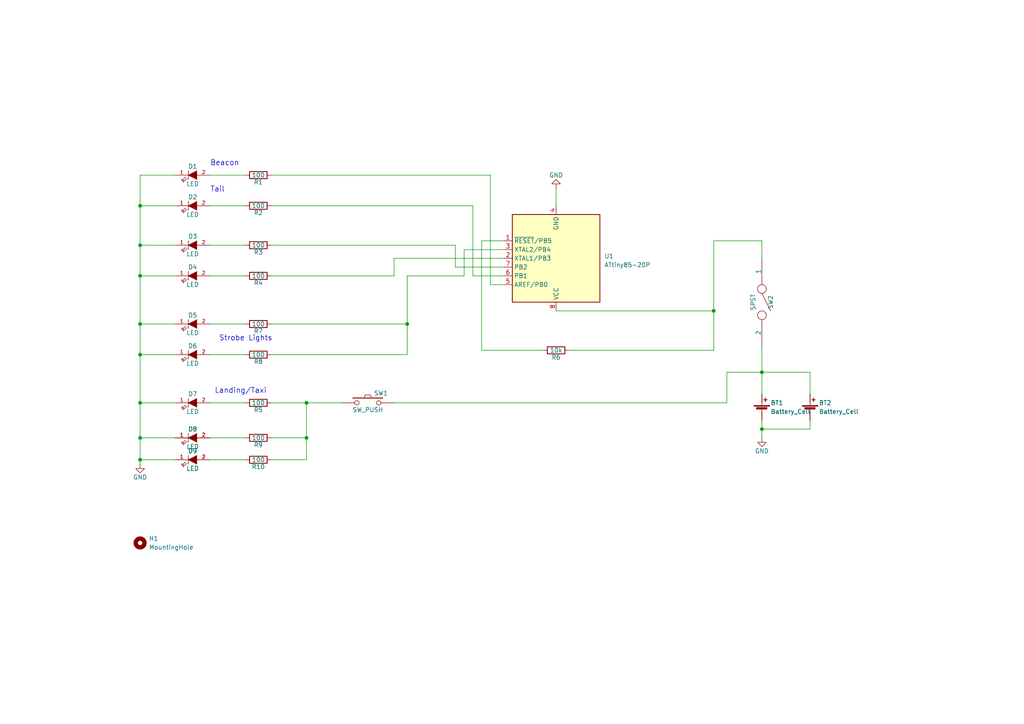
<source format=kicad_sch>
(kicad_sch (version 20230121) (generator eeschema)
  (paper "A4")
  (title_block (title "ISGC Keychain") (date "2023-12-07") (rev "C") (company "Make to Innovate") (comment 1 "Matthew E. Nelson") (comment 2 "ISGC Badge"))
  (lib_symbols
    (symbol "MCU_Microchip_ATtiny:ATtiny85-20P"
      (property "Reference" "U" (at -12.7 13.97 0))
      (property "Value" "ATtiny85-20P" (at 2.54 -13.97 0))
      (symbol "ATtiny85-20P_0_1"
        (rectangle (start -12.7 -12.7) (end 12.7 12.7) (stroke (width 0.254)) (fill (type background)))
      )
      (symbol "ATtiny85-20P_1_1"
        (pin bidirectional line (at 15.24 -5.08 180) (length 2.54) (name "~{RESET}/PB5") (number "1"))
        (pin bidirectional line (at 15.24 0 180) (length 2.54) (name "XTAL1/PB3") (number "2"))
        (pin bidirectional line (at 15.24 -2.54 180) (length 2.54) (name "XTAL2/PB4") (number "3"))
        (pin power_in line (at 0 -15.24 90) (length 2.54) (name "GND") (number "4"))
        (pin bidirectional line (at 15.24 7.62 180) (length 2.54) (name "AREF/PB0") (number "5"))
        (pin bidirectional line (at 15.24 5.08 180) (length 2.54) (name "PB1") (number "6"))
        (pin bidirectional line (at 15.24 2.54 180) (length 2.54) (name "PB2") (number "7"))
        (pin power_in line (at 0 15.24 270) (length 2.54) (name "VCC") (number "8"))
      )
    )
    (symbol "Mechanical:MountingHole" (pin_names (offset 1.016))
      (property "Reference" "H" (at 0 5.08 0))
      (property "Value" "MountingHole" (at 0 3.175 0))
      (symbol "MountingHole_0_1"
        (circle (center 0 0) (radius 1.27) (stroke (width 1.27)))
      )
    )
    (symbol "airplane-keychain-rescue:Battery_Cell" (pin_numbers hide) (pin_names (offset 0) hide)
      (property "Reference" "BT" (at 2.54 2.54 0))
      (property "Value" "Battery_Cell" (at 2.54 0 0))
      (symbol "Battery_Cell_0_1"
        (rectangle (start -2.286 1.778) (end 2.286 1.524) (fill (type outline)))
        (rectangle (start -1.5748 1.1938) (end 1.4732 0.6858) (fill (type outline)))
        (polyline (pts (xy 0 0.762) (xy 0 0)))
        (polyline (pts (xy 0 1.778) (xy 0 2.54)))
        (polyline (pts (xy 0.508 3.429) (xy 1.524 3.429)) (stroke (width 0.254)))
        (polyline (pts (xy 1.016 3.937) (xy 1.016 2.921)) (stroke (width 0.254)))
      )
      (symbol "Battery_Cell_1_1"
        (pin passive line (at 0 5.08 270) (length 2.54) (name "+") (number "1"))
        (pin passive line (at 0 -2.54 90) (length 2.54) (name "-") (number "2"))
      )
    )
    (symbol "airplane-keychain-rescue:GND" (power) (pin_names (offset 0))
      (property "Value" "GND" (at 0 -3.81 0))
      (symbol "GND_0_1"
        (polyline (pts (xy 0 0) (xy 0 -1.27) (xy 1.27 -1.27) (xy 0 -2.54) (xy -1.27 -1.27) (xy 0 -1.27)))
      )
      (symbol "GND_1_1"
        (pin power_in line (at 0 0 270) (length 0) hide (name "GND") (number "1"))
      )
    )
    (symbol "airplane-keychain-rescue:LED-RESCUE-airplane-keychain" (pin_names (offset 1.016) hide)
      (property "Reference" "D" (at 0 2.54 0))
      (property "Value" "LED-RESCUE-airplane-keychain" (at 0 -2.54 0))
      (symbol "LED-RESCUE-airplane-keychain_0_1"
        (polyline (pts (xy -1.27 1.27) (xy -1.27 -1.27)))
        (polyline (pts (xy -2.032 -0.635) (xy -3.175 -1.651) (xy -3.048 -1.016)))
        (polyline (pts (xy -1.651 -1.016) (xy -2.794 -2.032) (xy -2.667 -1.397)))
        (polyline (pts (xy 1.27 1.27) (xy -1.27 0) (xy 1.27 -1.27)) (fill (type outline)))
      )
      (symbol "LED-RESCUE-airplane-keychain_1_1"
        (pin passive line (at -5.08 0 0) (length 3.81) (name "K") (number "1"))
        (pin passive line (at 5.08 0 180) (length 3.81) (name "A") (number "2"))
      )
    )
    (symbol "airplane-keychain-rescue:R" (pin_numbers hide) (pin_names (offset 0))
      (property "Reference" "R" (at 2.032 0 90))
      (property "Value" "R" (at 0 0 90))
      (symbol "R_0_1"
        (rectangle (start -1.016 -2.54) (end 1.016 2.54) (stroke (width 0.254)))
      )
      (symbol "R_1_1"
        (pin passive line (at 0 3.81 270) (length 1.27) (name "~") (number "1"))
        (pin passive line (at 0 -3.81 90) (length 1.27) (name "~") (number "2"))
      )
    )
    (symbol "airplane-keychain-rescue:SPST" (pin_numbers hide) (pin_names (offset 0))
      (property "Reference" "SW" (at 0 2.54 0))
      (property "Value" "SPST" (at 0 -2.54 0))
      (symbol "SPST_0_0"
        (circle (center -3.81 0) (radius 1.27))
        (polyline (pts (xy -2.54 0) (xy 2.54 2.54)))
        (circle (center 3.81 0) (radius 1.27))
      )
      (symbol "SPST_1_1"
        (pin input line (at -12.7 0 0) (length 7.62) (name "1") (number "1"))
        (pin input line (at 12.7 0 180) (length 7.62) (name "2") (number "2"))
      )
    )
    (symbol "airplane-keychain-rescue:SW_PUSH" (pin_numbers hide) (pin_names (offset 1.016) hide)
      (property "Reference" "SW" (at 3.81 2.794 0))
      (property "Value" "SW_PUSH" (at 0 -2.032 0))
      (symbol "SW_PUSH_0_1"
        (rectangle (start -4.318 1.27) (end 4.318 1.524))
        (polyline (pts (xy -1.016 1.524) (xy -0.762 2.286) (xy 0.762 2.286) (xy 1.016 1.524)))
        (pin passive inverted (at -7.62 0 0) (length 5.08) (name "1") (number "1"))
        (pin passive inverted (at 7.62 0 180) (length 5.08) (name "2") (number "2"))
      )
    )
  )
  (junction (at 40.64 80.01))
  (junction (at 40.64 59.69))
  (junction (at 40.64 133.35))
  (junction (at 40.64 102.87))
  (junction (at 40.64 71.12))
  (junction (at 88.9 127))
  (junction (at 118.11 93.98))
  (junction (at 88.9 116.84))
  (junction (at 207.01 90.17))
  (junction (at 40.64 93.98))
  (junction (at 220.98 107.95))
  (junction (at 40.64 116.84))
  (junction (at 220.98 124.46))
  (junction (at 40.64 127))
  (wire (pts (xy 139.7 69.85) (xy 139.7 101.6)))
  (wire (pts (xy 60.96 50.8) (xy 71.12 50.8)))
  (wire (pts (xy 40.64 116.84) (xy 40.64 127)))
  (wire (pts (xy 146.05 80.01) (xy 137.16 80.01)))
  (wire (pts (xy 40.64 59.69) (xy 40.64 71.12)))
  (wire (pts (xy 220.98 124.46) (xy 220.98 127)))
  (wire (pts (xy 118.11 93.98) (xy 118.11 102.87)))
  (wire (pts (xy 40.64 50.8) (xy 40.64 59.69)))
  (wire (pts (xy 88.9 116.84) (xy 99.06 116.84)))
  (wire (pts (xy 146.05 72.39) (xy 134.62 72.39)))
  (wire (pts (xy 132.08 77.47) (xy 132.08 71.12)))
  (wire (pts (xy 78.74 127) (xy 88.9 127)))
  (wire (pts (xy 234.95 124.46) (xy 220.98 124.46)))
  (wire (pts (xy 137.16 59.69) (xy 137.16 80.01)))
  (wire (pts (xy 50.8 71.12) (xy 40.64 71.12)))
  (wire (pts (xy 40.64 80.01) (xy 40.64 93.98)))
  (wire (pts (xy 210.82 116.84) (xy 210.82 107.95)))
  (wire (pts (xy 114.3 80.01) (xy 114.3 74.93)))
  (wire (pts (xy 220.98 121.92) (xy 220.98 124.46)))
  (wire (pts (xy 114.3 116.84) (xy 210.82 116.84)))
  (wire (pts (xy 207.01 90.17) (xy 207.01 101.6)))
  (wire (pts (xy 40.64 93.98) (xy 40.64 102.87)))
  (wire (pts (xy 50.8 50.8) (xy 40.64 50.8)))
  (wire (pts (xy 161.29 90.17) (xy 207.01 90.17)))
  (wire (pts (xy 234.95 107.95) (xy 234.95 114.3)))
  (wire (pts (xy 146.05 77.47) (xy 132.08 77.47)))
  (wire (pts (xy 60.96 102.87) (xy 71.12 102.87)))
  (wire (pts (xy 134.62 72.39) (xy 134.62 80.01)))
  (wire (pts (xy 60.96 59.69) (xy 71.12 59.69)))
  (wire (pts (xy 146.05 82.55) (xy 142.24 82.55)))
  (wire (pts (xy 50.8 93.98) (xy 40.64 93.98)))
  (wire (pts (xy 88.9 133.35) (xy 88.9 127)))
  (wire (pts (xy 146.05 69.85) (xy 139.7 69.85)))
  (wire (pts (xy 78.74 59.69) (xy 137.16 59.69)))
  (wire (pts (xy 220.98 107.95) (xy 234.95 107.95)))
  (wire (pts (xy 78.74 80.01) (xy 114.3 80.01)))
  (wire (pts (xy 50.8 59.69) (xy 40.64 59.69)))
  (wire (pts (xy 207.01 69.85) (xy 207.01 90.17)))
  (wire (pts (xy 50.8 116.84) (xy 40.64 116.84)))
  (wire (pts (xy 210.82 107.95) (xy 220.98 107.95)))
  (wire (pts (xy 40.64 127) (xy 50.8 127)))
  (wire (pts (xy 139.7 101.6) (xy 157.48 101.6)))
  (wire (pts (xy 78.74 50.8) (xy 142.24 50.8)))
  (wire (pts (xy 40.64 71.12) (xy 40.64 80.01)))
  (wire (pts (xy 78.74 116.84) (xy 88.9 116.84)))
  (wire (pts (xy 78.74 71.12) (xy 132.08 71.12)))
  (wire (pts (xy 161.29 54.61) (xy 161.29 59.69)))
  (wire (pts (xy 50.8 80.01) (xy 40.64 80.01)))
  (wire (pts (xy 40.64 127) (xy 40.64 133.35)))
  (wire (pts (xy 60.96 127) (xy 71.12 127)))
  (wire (pts (xy 88.9 127) (xy 88.9 116.84)))
  (wire (pts (xy 60.96 80.01) (xy 71.12 80.01)))
  (wire (pts (xy 114.3 74.93) (xy 146.05 74.93)))
  (wire (pts (xy 78.74 102.87) (xy 118.11 102.87)))
  (wire (pts (xy 50.8 133.35) (xy 40.64 133.35)))
  (wire (pts (xy 220.98 69.85) (xy 220.98 74.93)))
  (wire (pts (xy 50.8 102.87) (xy 40.64 102.87)))
  (wire (pts (xy 220.98 100.33) (xy 220.98 107.95)))
  (wire (pts (xy 220.98 107.95) (xy 220.98 114.3)))
  (wire (pts (xy 78.74 93.98) (xy 118.11 93.98)))
  (wire (pts (xy 165.1 101.6) (xy 207.01 101.6)))
  (wire (pts (xy 118.11 80.01) (xy 134.62 80.01)))
  (wire (pts (xy 60.96 133.35) (xy 71.12 133.35)))
  (wire (pts (xy 78.74 133.35) (xy 88.9 133.35)))
  (wire (pts (xy 207.01 69.85) (xy 220.98 69.85)))
  (wire (pts (xy 234.95 121.92) (xy 234.95 124.46)))
  (wire (pts (xy 60.96 116.84) (xy 71.12 116.84)))
  (wire (pts (xy 60.96 93.98) (xy 71.12 93.98)))
  (wire (pts (xy 142.24 50.8) (xy 142.24 82.55)))
  (wire (pts (xy 40.64 102.87) (xy 40.64 116.84)))
  (wire (pts (xy 118.11 80.01) (xy 118.11 93.98)))
  (wire (pts (xy 40.64 133.35) (xy 40.64 134.62)))
  (wire (pts (xy 60.96 71.12) (xy 71.12 71.12)))
  (text "Tail" (at 60.96 55.88 0) (effects (font (size 1.524 1.524)) (justify left bottom)))
  (text "Strobe Lights" (at 63.5 99.06 0) (effects (font (size 1.524 1.524)) (justify left bottom)))
  (text "Landing/Taxi" (at 62.23 114.3 0) (effects (font (size 1.524 1.524)) (justify left bottom)))
  (text "Beacon" (at 60.96 48.26 0) (effects (font (size 1.524 1.524)) (justify left bottom)))
  (symbol (lib_id "airplane-keychain-rescue:LED-RESCUE-airplane-keychain") (at 55.88 50.8 0) (unit 1)
    (property "Reference" "D1" (at 55.88 48.26 0))
    (property "Value" "LED" (at 55.88 53.34 0))
    (property "Footprint" "LED_THT:LED_D3.0mm" (effects hide))
  )
  (symbol (lib_id "airplane-keychain-rescue:LED-RESCUE-airplane-keychain") (at 55.88 59.69 0) (unit 1)
    (property "Reference" "D2" (at 55.88 57.15 0))
    (property "Value" "LED" (at 55.88 62.23 0))
    (property "Footprint" "LED_THT:LED_D3.0mm" (effects hide))
  )
  (symbol (lib_id "airplane-keychain-rescue:LED-RESCUE-airplane-keychain") (at 55.88 71.12 0) (unit 1)
    (property "Reference" "D3" (at 55.88 68.58 0))
    (property "Value" "LED" (at 55.88 73.66 0))
    (property "Footprint" "LED_THT:LED_D3.0mm" (effects hide))
  )
  (symbol (lib_id "airplane-keychain-rescue:LED-RESCUE-airplane-keychain") (at 55.88 80.01 0) (unit 1)
    (property "Reference" "D4" (at 55.88 77.47 0))
    (property "Value" "LED" (at 55.88 82.55 0))
    (property "Footprint" "LED_THT:LED_D3.0mm" (effects hide))
  )
  (symbol (lib_id "airplane-keychain-rescue:LED-RESCUE-airplane-keychain") (at 55.88 93.98 0) (unit 1)
    (property "Reference" "D5" (at 55.88 91.44 0))
    (property "Value" "LED" (at 55.88 96.52 0))
    (property "Footprint" "LED_THT:LED_D3.0mm" (effects hide))
  )
  (symbol (lib_id "airplane-keychain-rescue:LED-RESCUE-airplane-keychain") (at 55.88 102.87 0) (unit 1)
    (property "Reference" "D6" (at 55.88 100.33 0))
    (property "Value" "LED" (at 55.88 105.41 0))
    (property "Footprint" "LED_THT:LED_D3.0mm" (effects hide))
  )
  (symbol (lib_id "airplane-keychain-rescue:LED-RESCUE-airplane-keychain") (at 55.88 116.84 0) (unit 1)
    (property "Reference" "D7" (at 55.88 114.3 0))
    (property "Value" "LED" (at 55.88 119.38 0))
    (property "Footprint" "LED_THT:LED_D3.0mm" (effects hide))
  )
  (symbol (lib_id "airplane-keychain-rescue:SW_PUSH") (at 106.68 116.84 0) (unit 1)
    (property "Reference" "SW1" (at 110.49 114.046 0))
    (property "Value" "SW_PUSH" (at 106.68 118.872 0))
    (property "Footprint" "Button_Switch_THT:SW_PUSH_6mm" (effects hide))
  )
  (symbol (lib_id "airplane-keychain-rescue:SPST") (at 220.98 87.63 270) (unit 1)
    (property "Reference" "SW2" (at 223.52 87.63 0))
    (property "Value" "SPST" (at 218.44 87.63 0))
    (property "Footprint" "Button_Switch_THT:SW_DIP_SPSTx01_Slide_9.78x4.72mm_W7.62mm_P2.54mm" (effects hide))
  )
  (symbol (lib_id "airplane-keychain-rescue:GND") (at 161.29 54.61 180) (unit 1)
    (property "Reference" "#PWR01" (effects hide))
    (property "Value" "GND" (at 161.29 50.8 0))
  )
  (symbol (lib_id "airplane-keychain-rescue:GND") (at 220.98 127 0) (unit 1)
    (property "Reference" "#PWR02" (effects hide))
    (property "Value" "GND" (at 220.98 130.81 0))
  )
  (symbol (lib_id "airplane-keychain-rescue:GND") (at 40.64 134.62 0) (unit 1)
    (property "Reference" "#PWR03" (effects hide))
    (property "Value" "GND" (at 40.64 138.43 0))
  )
  (symbol (lib_id "airplane-keychain-rescue:R") (at 74.93 50.8 270) (unit 1)
    (property "Reference" "R1" (at 74.93 52.832 90))
    (property "Value" "100" (at 74.93 50.8 90))
    (property "Footprint" "Resistor_THT:R_Axial_DIN0309_L9.0mm_D3.2mm_P12.70mm_Horizontal" (effects hide))
  )
  (symbol (lib_id "airplane-keychain-rescue:R") (at 74.93 59.69 270) (unit 1)
    (property "Reference" "R2" (at 74.93 61.722 90))
    (property "Value" "100" (at 74.93 59.69 90))
    (property "Footprint" "Resistor_THT:R_Axial_DIN0309_L9.0mm_D3.2mm_P12.70mm_Horizontal" (effects hide))
  )
  (symbol (lib_id "airplane-keychain-rescue:R") (at 74.93 71.12 270) (unit 1)
    (property "Reference" "R3" (at 74.93 73.152 90))
    (property "Value" "100" (at 74.93 71.12 90))
    (property "Footprint" "Resistor_THT:R_Axial_DIN0309_L9.0mm_D3.2mm_P12.70mm_Horizontal" (effects hide))
  )
  (symbol (lib_id "airplane-keychain-rescue:R") (at 74.93 80.01 270) (unit 1)
    (property "Reference" "R4" (at 74.93 82.042 90))
    (property "Value" "100" (at 74.93 80.01 90))
    (property "Footprint" "Resistor_THT:R_Axial_DIN0309_L9.0mm_D3.2mm_P12.70mm_Horizontal" (effects hide))
  )
  (symbol (lib_id "airplane-keychain-rescue:R") (at 74.93 116.84 270) (unit 1)
    (property "Reference" "R5" (at 74.93 118.872 90))
    (property "Value" "100" (at 74.93 116.84 90))
    (property "Footprint" "Resistor_THT:R_Axial_DIN0309_L9.0mm_D3.2mm_P12.70mm_Horizontal" (effects hide))
  )
  (symbol (lib_id "airplane-keychain-rescue:Battery_Cell") (at 234.95 119.38 0) (unit 1)
    (property "Reference" "BT2" (at 237.49 116.84 0) (effects (justify left)))
    (property "Value" "Battery_Cell" (at 237.49 119.38 0) (effects (justify left)))
    (property "Footprint" "Battery:BatteryHolder_Keystone_1058_1x2032" (effects hide))
  )
  (symbol (lib_id "airplane-keychain-rescue:Battery_Cell") (at 220.98 119.38 0) (unit 1)
    (property "Reference" "BT1" (at 223.52 116.84 0) (effects (justify left)))
    (property "Value" "Battery_Cell" (at 223.52 119.38 0) (effects (justify left)))
    (property "Footprint" "Battery:BatteryHolder_Keystone_1058_1x2032" (effects hide))
  )
  (symbol (lib_id "airplane-keychain-rescue:R") (at 161.29 101.6 270) (unit 1)
    (property "Reference" "R6" (at 161.29 103.632 90))
    (property "Value" "10k" (at 161.29 101.6 90))
    (property "Footprint" "Resistor_THT:R_Axial_DIN0309_L9.0mm_D3.2mm_P12.70mm_Horizontal" (effects hide))
  )
  (symbol (lib_id "airplane-keychain-rescue:R") (at 74.93 102.87 270) (unit 1)
    (property "Reference" "R8" (at 74.93 104.902 90))
    (property "Value" "100" (at 74.93 102.87 90))
    (property "Footprint" "Resistor_THT:R_Axial_DIN0309_L9.0mm_D3.2mm_P12.70mm_Horizontal" (effects hide))
  )
  (symbol (lib_id "airplane-keychain-rescue:LED-RESCUE-airplane-keychain") (at 55.88 133.35 0) (unit 1)
    (property "Reference" "D9" (at 55.88 130.81 0))
    (property "Value" "LED" (at 55.88 135.89 0))
    (property "Footprint" "LED_THT:LED_D3.0mm" (effects hide))
  )
  (symbol (lib_id "Mechanical:MountingHole") (at 40.64 157.48 0) (unit 1)
    (property "Reference" "H1" (at 43.18 156.21 0) (effects (justify left)))
    (property "Value" "MountingHole" (at 43.18 158.75 0) (effects (justify left)))
    (property "Footprint" "MountingHole:MountingHole_4.3mm_M4" (effects hide))
  )
  (symbol (lib_id "airplane-keychain-rescue:R") (at 74.93 127 270) (unit 1)
    (property "Reference" "R9" (at 74.93 129.032 90))
    (property "Value" "100" (at 74.93 127 90))
    (property "Footprint" "Resistor_THT:R_Axial_DIN0309_L9.0mm_D3.2mm_P12.70mm_Horizontal" (effects hide))
  )
  (symbol (lib_id "MCU_Microchip_ATtiny:ATtiny85-20P") (at 161.29 74.93 180) (unit 1)
    (property "Reference" "U1" (at 175.26 74.295 0) (effects (justify right)))
    (property "Value" "ATtiny85-20P" (at 175.26 76.835 0) (effects (justify right)))
    (property "Footprint" "Package_DIP:DIP-8_W7.62mm" (effects hide))
    (property "Datasheet" "http://ww1.microchip.com/downloads/en/DeviceDoc/atmel-2586-avr-8-bit-microcontroller-attiny25-attiny45-attiny85_datasheet.pdf" (effects hide))
  )
  (symbol (lib_id "airplane-keychain-rescue:LED-RESCUE-airplane-keychain") (at 55.88 127 0) (unit 1)
    (property "Reference" "D8" (at 55.88 124.46 0))
    (property "Value" "LED" (at 55.88 129.54 0))
    (property "Footprint" "LED_THT:LED_D3.0mm" (effects hide))
  )
  (symbol (lib_id "airplane-keychain-rescue:R") (at 74.93 133.35 270) (unit 1)
    (property "Reference" "R10" (at 74.93 135.382 90))
    (property "Value" "100" (at 74.93 133.35 90))
    (property "Footprint" "Resistor_THT:R_Axial_DIN0309_L9.0mm_D3.2mm_P12.70mm_Horizontal" (effects hide))
  )
  (symbol (lib_id "airplane-keychain-rescue:R") (at 74.93 93.98 270) (unit 1)
    (property "Reference" "R7" (at 74.93 96.012 90))
    (property "Value" "100" (at 74.93 93.98 90))
    (property "Footprint" "Resistor_THT:R_Axial_DIN0309_L9.0mm_D3.2mm_P12.70mm_Horizontal" (effects hide))
  )
)
</source>
